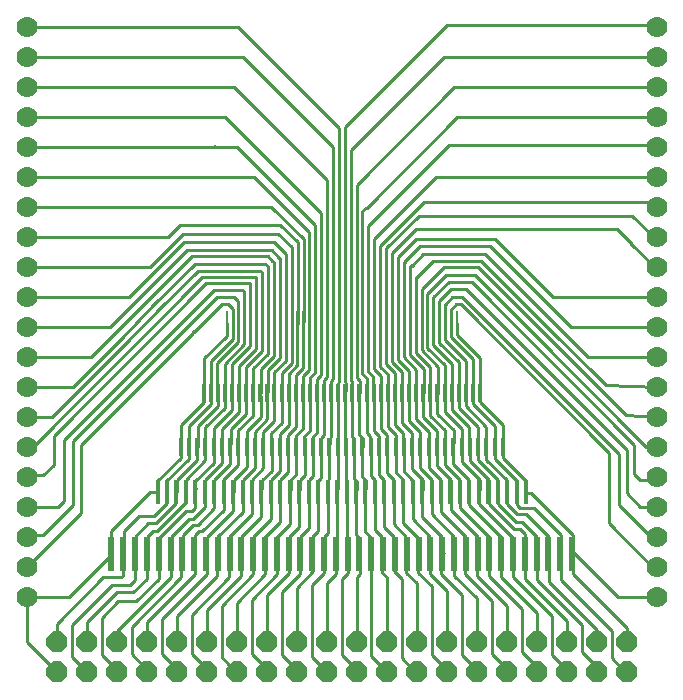
<source format=gbr>
G04 EAGLE Gerber RS-274X export*
G75*
%MOMM*%
%FSLAX34Y34*%
%LPD*%
%INTop Copper*%
%IPPOS*%
%AMOC8*
5,1,8,0,0,1.08239X$1,22.5*%
G01*
%ADD10R,0.300000X1.600000*%
%ADD11R,0.350000X1.600000*%
%ADD12R,0.400000X2.000000*%
%ADD13R,0.500000X3.000000*%
%ADD14P,1.924489X8X22.500000*%
%ADD15C,1.778000*%
%ADD16R,0.250000X2.000000*%
%ADD17C,0.254000*%


D10*
X-117000Y198120D03*
X-111000Y198120D03*
X-105000Y198120D03*
X-99000Y198120D03*
X-93000Y198120D03*
X-87000Y198120D03*
X-81000Y198120D03*
X-75000Y198120D03*
X-69000Y198120D03*
X-63000Y198120D03*
X-57000Y198120D03*
X-51000Y198120D03*
X-45000Y198120D03*
X-39000Y198120D03*
X-33000Y198120D03*
X-27000Y198120D03*
X-21000Y198120D03*
X-15000Y198120D03*
X-9000Y198120D03*
X-3000Y198120D03*
X3000Y198120D03*
X9000Y198120D03*
X15000Y198120D03*
X21000Y198120D03*
X27000Y198120D03*
X33000Y198120D03*
X39000Y198120D03*
X45000Y198120D03*
X51000Y198120D03*
X57000Y198120D03*
X63000Y198120D03*
X69000Y198120D03*
X75000Y198120D03*
X81000Y198120D03*
X87000Y198120D03*
X93000Y198120D03*
X99000Y198120D03*
X105000Y198120D03*
X111000Y198120D03*
X117000Y198120D03*
D11*
X-136500Y152400D03*
X-129500Y152400D03*
X-122500Y152400D03*
X-115500Y152400D03*
X-108500Y152400D03*
X-101500Y152400D03*
X-94500Y152400D03*
X-87500Y152400D03*
X-80500Y152400D03*
X-73500Y152400D03*
X-66500Y152400D03*
X-59500Y152400D03*
X-52500Y152400D03*
X-45500Y152400D03*
X-38500Y152400D03*
X-31500Y152400D03*
X-24500Y152400D03*
X-17500Y152400D03*
X-10500Y152400D03*
X-3500Y152400D03*
X3500Y152400D03*
X10500Y152400D03*
X17500Y152400D03*
X24500Y152400D03*
X31500Y152400D03*
X38500Y152400D03*
X45500Y152400D03*
X52500Y152400D03*
X59500Y152400D03*
X66500Y152400D03*
X73500Y152400D03*
X80500Y152400D03*
X87500Y152400D03*
X94500Y152400D03*
X101500Y152400D03*
X108500Y152400D03*
X115500Y152400D03*
X122500Y152400D03*
X129500Y152400D03*
X136500Y152400D03*
D12*
X-156000Y114300D03*
X-148000Y114300D03*
X-140000Y114300D03*
X-132000Y114300D03*
X-124000Y114300D03*
X-116000Y114300D03*
X-108000Y114300D03*
X-100000Y114300D03*
X-92000Y114300D03*
X-84000Y114300D03*
X-76000Y114300D03*
X-68000Y114300D03*
X-60000Y114300D03*
X-52000Y114300D03*
X-44000Y114300D03*
X-36000Y114300D03*
X-28000Y114300D03*
X-20000Y114300D03*
X-12000Y114300D03*
X-4000Y114300D03*
X4000Y114300D03*
X12000Y114300D03*
X20000Y114300D03*
X28000Y114300D03*
X36000Y114300D03*
X44000Y114300D03*
X52000Y114300D03*
X60000Y114300D03*
X68000Y114300D03*
X76000Y114300D03*
X84000Y114300D03*
X92000Y114300D03*
X100000Y114300D03*
X108000Y114300D03*
X116000Y114300D03*
X124000Y114300D03*
X132000Y114300D03*
X140000Y114300D03*
X148000Y114300D03*
X156000Y114300D03*
D13*
X-15000Y61800D03*
X-25000Y61800D03*
X-35000Y61800D03*
X-45000Y61800D03*
X-55000Y61800D03*
X-65000Y61800D03*
X-75000Y61800D03*
X-85000Y61800D03*
X-95000Y61800D03*
X-105000Y61800D03*
X-115000Y61800D03*
X-125000Y61800D03*
X-135000Y61800D03*
X-145000Y61800D03*
X-155000Y61800D03*
X-165000Y61800D03*
X-175000Y61800D03*
X-185000Y61800D03*
X-195000Y61800D03*
X-5000Y61800D03*
X5000Y61800D03*
X15000Y61800D03*
X25000Y61800D03*
X35000Y61800D03*
X45000Y61800D03*
X55000Y61800D03*
X65000Y61800D03*
X75000Y61800D03*
X85000Y61800D03*
X95000Y61800D03*
X105000Y61800D03*
X115000Y61800D03*
X125000Y61800D03*
X135000Y61800D03*
X145000Y61800D03*
X155000Y61800D03*
X165000Y61800D03*
X175000Y61800D03*
X185000Y61800D03*
X195000Y61800D03*
D14*
X-241300Y-38100D03*
X-241300Y-12700D03*
X-215900Y-38100D03*
X-215900Y-12700D03*
X-190500Y-38100D03*
X-190500Y-12700D03*
X-165100Y-38100D03*
X-165100Y-12700D03*
X-139700Y-38100D03*
X-139700Y-12700D03*
X-114300Y-38100D03*
X-114300Y-12700D03*
X-88900Y-38100D03*
X-88900Y-12700D03*
X-63500Y-38100D03*
X-63500Y-12700D03*
X-38100Y-38100D03*
X-38100Y-12700D03*
X-12700Y-38100D03*
X-12700Y-12700D03*
X12700Y-38100D03*
X12700Y-12700D03*
X38100Y-38100D03*
X38100Y-12700D03*
X63500Y-38100D03*
X63500Y-12700D03*
X88900Y-38100D03*
X88900Y-12700D03*
X114300Y-38100D03*
X114300Y-12700D03*
X139700Y-38100D03*
X139700Y-12700D03*
X165100Y-38100D03*
X165100Y-12700D03*
X190500Y-38100D03*
X190500Y-12700D03*
X215900Y-38100D03*
X215900Y-12700D03*
X241300Y-38100D03*
X241300Y-12700D03*
D15*
X-266700Y25400D03*
X-266700Y50800D03*
X-266700Y76200D03*
X-266700Y101600D03*
X-266700Y127000D03*
X-266700Y152400D03*
X-266700Y177800D03*
X-266700Y203200D03*
X-266700Y228600D03*
X-266700Y254000D03*
X-266700Y279400D03*
X-266700Y304800D03*
X-266700Y330200D03*
X-266700Y355600D03*
X-266700Y381000D03*
X-266700Y406400D03*
X-266700Y431800D03*
X-266700Y457200D03*
X-266700Y482600D03*
X-266700Y508000D03*
X266700Y508000D03*
X266700Y482600D03*
X266700Y457200D03*
X266700Y431800D03*
X266700Y406400D03*
X266700Y381000D03*
X266700Y355600D03*
X266700Y330200D03*
X266700Y304800D03*
X266700Y279400D03*
X266700Y254000D03*
X266700Y228600D03*
X266700Y203200D03*
X266700Y177800D03*
X266700Y152400D03*
X266700Y127000D03*
X266700Y101600D03*
X266700Y76200D03*
X266700Y50800D03*
X266700Y25400D03*
D16*
X-97500Y257175D03*
X-92500Y257175D03*
X-87500Y257175D03*
X-82500Y257175D03*
X-77500Y257175D03*
X-72500Y257175D03*
X-67500Y257175D03*
X-62500Y257175D03*
X-57500Y257175D03*
X-52500Y257175D03*
X-47500Y257175D03*
X-42500Y257175D03*
X-37500Y257175D03*
X-32500Y257175D03*
X-27500Y257175D03*
X-22500Y257175D03*
X-17500Y257175D03*
X-12500Y257175D03*
X-7500Y257175D03*
X-2500Y257175D03*
X2500Y257175D03*
X7500Y257175D03*
X12500Y257175D03*
X17500Y257175D03*
X22500Y257175D03*
X27500Y257175D03*
X32500Y257175D03*
X37500Y257175D03*
X42500Y257175D03*
X47500Y257175D03*
X52500Y257175D03*
X57500Y257175D03*
X62500Y257175D03*
X67500Y257175D03*
X72500Y257175D03*
X77500Y257175D03*
X82500Y257175D03*
X87500Y257175D03*
X92500Y257175D03*
X97500Y257175D03*
D17*
X-136500Y152400D02*
X-136500Y142900D01*
X-156210Y123190D01*
X-156210Y115570D02*
X-156000Y115360D01*
X-156000Y114300D01*
X-156210Y115570D02*
X-156210Y123190D01*
X-117000Y190340D02*
X-117000Y198120D01*
X-136500Y152400D02*
X-136500Y149250D01*
X-156000Y114300D02*
X-162560Y114300D01*
X-195580Y81280D01*
X-195000Y60270D02*
X-195580Y59690D01*
X-195000Y60270D02*
X-195000Y61800D01*
X-195580Y60960D02*
X-195580Y81280D01*
X-195580Y60960D02*
X-195580Y59690D01*
X-117000Y190340D02*
X-116840Y190500D01*
X-136500Y170840D02*
X-136500Y152400D01*
X-136500Y170840D02*
X-117000Y190340D01*
X-195000Y61540D02*
X-195580Y60960D01*
X-195000Y61540D02*
X-195000Y61800D01*
X-231140Y25400D02*
X-266700Y25400D01*
X-231140Y25400D02*
X-195580Y60960D01*
X-266700Y-12700D02*
X-241300Y-38100D01*
X-266700Y-12700D02*
X-266700Y25400D01*
X-117000Y198120D02*
X-116840Y198280D01*
X-116840Y227330D01*
X-98298Y245872D01*
X-97790Y246380D01*
X-97500Y246670D02*
X-97500Y257175D01*
X-97500Y246670D02*
X-98298Y245872D01*
X-111000Y198120D02*
X-111000Y188720D01*
X-129540Y170180D01*
X-129500Y152400D02*
X-129540Y152400D01*
X-129540Y170180D01*
X-129500Y152400D02*
X-129500Y142280D01*
X-148590Y123190D01*
X-148590Y118110D02*
X-148000Y117520D01*
X-148000Y114300D01*
X-148590Y118110D02*
X-148590Y123190D01*
X-148000Y114300D02*
X-148000Y104730D01*
X-158750Y93980D01*
X-171450Y93980D01*
X-184150Y81280D01*
X-184150Y67310D01*
X-184150Y66040D01*
X-241300Y2540D02*
X-241300Y-12700D01*
X-241300Y2540D02*
X-201930Y41910D01*
X-186690Y41910D01*
X-185420Y62220D02*
X-185420Y62230D01*
X-185420Y62220D02*
X-185000Y61800D01*
X-185420Y43180D02*
X-186690Y41910D01*
X-185420Y43180D02*
X-185420Y62220D01*
X-185420Y67310D02*
X-184150Y67310D01*
X-185420Y67310D02*
X-185420Y62220D01*
X-92500Y243415D02*
X-92500Y257175D01*
X-111125Y198245D02*
X-111000Y198120D01*
X-111125Y224790D02*
X-92500Y243415D01*
X-111125Y224790D02*
X-111125Y198245D01*
X-125413Y249872D02*
X-101600Y273685D01*
X-125413Y249872D02*
X-125730Y249555D01*
X-101600Y273685D02*
X-96520Y273685D01*
X-92900Y270065D01*
X-92710Y269875D01*
X-92901Y270065D02*
X-92964Y270002D01*
X-92901Y270065D02*
X-92900Y270065D01*
X-92500Y269538D02*
X-92500Y257175D01*
X-92500Y269538D02*
X-92964Y270002D01*
X-220980Y96520D02*
X-266700Y50800D01*
X-220980Y96520D02*
X-220980Y153670D01*
X-125730Y250189D02*
X-125730Y250190D01*
X-125730Y250189D02*
X-125413Y249872D01*
X-125730Y248920D02*
X-220980Y153670D01*
X-125730Y248920D02*
X-125730Y250189D01*
X-105000Y187100D02*
X-121920Y170180D01*
X-121920Y152400D02*
X-122500Y152400D01*
X-121920Y152400D02*
X-121920Y170180D01*
X-122500Y152400D02*
X-122500Y141660D01*
X-139700Y124460D01*
X-140000Y114000D02*
X-140970Y113030D01*
X-140000Y114000D02*
X-140000Y114300D01*
X-139700Y114300D02*
X-139700Y124460D01*
X-139700Y114300D02*
X-140000Y114000D01*
X-140000Y114300D02*
X-140000Y105110D01*
X-157480Y87630D01*
X-163830Y87630D01*
X-175260Y76200D01*
X-175000Y61970D02*
X-175000Y61800D01*
X-105000Y187100D02*
X-105000Y198120D01*
X-228600Y-25400D02*
X-215900Y-38100D01*
X-228600Y-25400D02*
X-228600Y1270D01*
X-194310Y35560D01*
X-179070Y35560D01*
X-175260Y62060D02*
X-175260Y62230D01*
X-175260Y39370D02*
X-179070Y35560D01*
X-175260Y39370D02*
X-175260Y62060D01*
X-175000Y61800D01*
X-175260Y62060D02*
X-175260Y76200D01*
X-87500Y241430D02*
X-87500Y257175D01*
X-105410Y198530D02*
X-105000Y198120D01*
X-105410Y223520D02*
X-87500Y241430D01*
X-105410Y223520D02*
X-105410Y198530D01*
X-105410Y279400D02*
X-91440Y279400D01*
X-87630Y275590D01*
X-87884Y275590D01*
X-87500Y275206D02*
X-87500Y257175D01*
X-87500Y275206D02*
X-87884Y275590D01*
X-105410Y279400D02*
X-227330Y157480D01*
X-227330Y102870D01*
X-265430Y77470D02*
X-266700Y76200D01*
X-252730Y77470D02*
X-227330Y102870D01*
X-252730Y77470D02*
X-265430Y77470D01*
X-99000Y185480D02*
X-99000Y198120D01*
X-99000Y185480D02*
X-115570Y168910D01*
X-115500Y152400D02*
X-115570Y152400D01*
X-115570Y168910D01*
X-115500Y152400D02*
X-115500Y141040D01*
X-132080Y124460D01*
X-132080Y115570D02*
X-132000Y115490D01*
X-132000Y114300D01*
X-132080Y115570D02*
X-132080Y124460D01*
X-132000Y114300D02*
X-132000Y105490D01*
X-156210Y81280D01*
X-160020Y81280D01*
X-165100Y76200D01*
X-165000Y61060D02*
X-165100Y60960D01*
X-165000Y61060D02*
X-165000Y61800D01*
X-165100Y62230D02*
X-165100Y76200D01*
X-165100Y62230D02*
X-165100Y60960D01*
X-99060Y195580D02*
X-99000Y195640D01*
X-99000Y198120D01*
X-215900Y3810D02*
X-215900Y-12700D01*
X-215900Y3810D02*
X-190500Y29210D01*
X-176530Y29210D01*
X-165100Y40640D01*
X-165000Y62130D02*
X-165100Y62230D01*
X-165000Y62130D02*
X-165000Y61800D01*
X-165100Y62230D02*
X-165100Y40640D01*
X-82500Y239445D02*
X-82500Y257175D01*
X-82500Y239445D02*
X-99060Y222885D01*
X-99060Y200025D02*
X-99000Y199965D01*
X-99000Y198120D01*
X-99060Y200025D02*
X-99060Y222885D01*
X-107950Y285115D02*
X-83820Y285115D01*
X-82550Y257225D02*
X-82500Y257175D01*
X-82550Y283845D02*
X-83820Y285115D01*
X-82550Y283845D02*
X-82550Y257225D01*
X-107950Y285115D02*
X-234950Y158115D01*
X-234950Y106680D01*
X-240030Y101600D01*
X-266700Y101600D01*
X-93000Y183860D02*
X-93000Y198120D01*
X-108500Y152400D02*
X-108500Y139150D01*
X-124460Y123190D01*
X-123190Y116840D02*
X-124000Y116030D01*
X-124000Y114300D01*
X-124460Y118110D02*
X-124460Y123190D01*
X-124460Y118110D02*
X-123190Y116840D01*
X-124000Y114300D02*
X-124000Y100790D01*
X-127000Y97790D01*
X-132080Y97790D01*
X-154940Y74930D01*
X-154940Y67310D01*
X-154940Y64770D01*
X-108500Y152400D02*
X-108500Y168360D01*
X-93000Y183860D01*
X-92710Y196850D02*
X-93000Y197140D01*
X-93000Y198120D01*
X-190500Y-36830D02*
X-190500Y-38100D01*
X-190500Y-36830D02*
X-203200Y-24130D01*
X-203200Y7620D01*
X-189230Y21590D01*
X-173990Y21590D01*
X-154940Y61860D02*
X-154940Y62230D01*
X-154940Y61860D02*
X-155000Y61800D01*
X-154940Y40640D02*
X-173990Y21590D01*
X-154940Y40640D02*
X-154940Y61860D01*
X-155000Y61800D02*
X-155000Y67250D01*
X-154940Y67310D01*
X-77500Y237460D02*
X-77500Y257175D01*
X-77500Y237460D02*
X-92710Y222250D01*
X-92710Y205740D01*
X-93000Y198120D02*
X-93345Y197485D01*
X-92710Y205740D01*
X-78105Y290830D02*
X-114935Y290830D01*
X-77470Y257145D02*
X-77470Y255270D01*
X-77470Y257145D02*
X-77500Y257175D01*
X-77470Y290195D02*
X-78105Y290830D01*
X-77470Y290195D02*
X-77470Y257145D01*
X-114935Y290830D02*
X-243840Y161925D01*
X-243840Y137160D01*
X-266700Y127000D02*
X-267970Y128270D01*
X-252730Y128270D02*
X-243840Y137160D01*
X-252730Y128270D02*
X-267970Y128270D01*
X-87000Y182240D02*
X-87000Y198120D01*
X-87000Y182240D02*
X-101600Y167640D01*
X-101600Y156210D02*
X-101500Y156110D01*
X-101500Y152400D01*
X-101600Y156210D02*
X-101600Y167640D01*
X-101500Y152400D02*
X-101500Y138530D01*
X-115570Y124460D01*
X-115570Y115570D02*
X-116000Y115140D01*
X-116000Y114300D01*
X-115570Y115570D02*
X-115570Y124460D01*
X-116000Y114300D02*
X-116000Y101170D01*
X-125730Y91440D01*
X-129540Y91440D01*
X-144780Y76200D01*
X-146050Y63500D02*
X-145000Y62450D01*
X-145000Y61800D01*
X-144780Y64770D02*
X-144780Y76200D01*
X-144780Y64770D02*
X-146050Y63500D01*
X-261620Y152400D02*
X-266700Y152400D01*
X-190500Y-3810D02*
X-190500Y-12700D01*
X-190500Y-3810D02*
X-144780Y41910D01*
X-145620Y61800D02*
X-146050Y62230D01*
X-145620Y61800D02*
X-145000Y61800D01*
X-144780Y60960D02*
X-144780Y41910D01*
X-144780Y60960D02*
X-145620Y61800D01*
X-72500Y235475D02*
X-72500Y257175D01*
X-72500Y235475D02*
X-86995Y220980D01*
X-86995Y200660D02*
X-87000Y200655D01*
X-87000Y198120D01*
X-86995Y200660D02*
X-86995Y220980D01*
X-118110Y295910D02*
X-261620Y152400D01*
X-118110Y295910D02*
X-73025Y295910D01*
X-72390Y257285D02*
X-72500Y257175D01*
X-72390Y295275D02*
X-73025Y295910D01*
X-72390Y295275D02*
X-72390Y257285D01*
X-81000Y198120D02*
X-81000Y180620D01*
X-93980Y154940D02*
X-94500Y154420D01*
X-94500Y152400D01*
X-94500Y137910D01*
X-107950Y124460D01*
X-108000Y114300D02*
X-107950Y114300D01*
X-107950Y124460D01*
X-107950Y114300D02*
X-107950Y100330D01*
X-121920Y86360D01*
X-125730Y86360D01*
X-134620Y77470D01*
X-135000Y60070D02*
X-134620Y59690D01*
X-135000Y60070D02*
X-135000Y61800D01*
X-134620Y64770D02*
X-134620Y77470D01*
X-134620Y64770D02*
X-134620Y59690D01*
X-93980Y154940D02*
X-93980Y167640D01*
X-81000Y180620D01*
X-245110Y177800D02*
X-266700Y177800D01*
X-165100Y-36830D02*
X-165100Y-38100D01*
X-165100Y-36830D02*
X-177800Y-22860D01*
X-177800Y0D01*
X-135890Y41910D01*
X-135000Y64390D02*
X-134620Y64770D01*
X-135000Y64390D02*
X-135000Y61800D01*
X-135890Y63500D02*
X-135890Y41910D01*
X-135890Y63500D02*
X-134620Y64770D01*
X-67500Y233490D02*
X-67500Y257175D01*
X-81280Y198400D02*
X-81000Y198120D01*
X-81280Y219710D02*
X-67500Y233490D01*
X-81280Y219710D02*
X-81280Y198400D01*
X-183515Y239395D02*
X-245110Y177800D01*
X-183515Y239395D02*
X-153035Y270510D01*
X-121920Y301625D01*
X-67500Y300164D02*
X-67500Y257175D01*
X-67500Y300164D02*
X-69088Y301752D01*
X-121412Y301752D02*
X-121539Y301625D01*
X-121920Y301625D01*
X-121412Y301752D02*
X-69088Y301752D01*
X-75000Y191770D02*
X-75000Y179000D01*
X-75000Y191770D02*
X-75000Y198120D01*
X-75000Y179000D02*
X-87630Y166370D01*
X-87630Y153670D02*
X-87500Y153540D01*
X-87500Y152400D01*
X-87630Y153670D02*
X-87630Y166370D01*
X-87500Y152400D02*
X-87500Y137290D01*
X-100330Y124460D01*
X-100330Y116840D02*
X-100000Y116510D01*
X-100000Y114300D01*
X-100330Y116840D02*
X-100330Y124460D01*
X-100000Y114300D02*
X-100000Y99390D01*
X-118110Y81280D01*
X-120650Y81280D01*
X-124460Y77470D01*
X-125730Y63500D02*
X-125000Y62770D01*
X-125000Y61800D01*
X-124460Y64770D02*
X-124460Y77470D01*
X-124460Y64770D02*
X-125730Y63500D01*
X-227330Y203200D02*
X-266700Y203200D01*
X-75000Y191770D02*
X-74930Y191770D01*
X-165100Y3810D02*
X-165100Y-12700D01*
X-165100Y3810D02*
X-124460Y44450D01*
X-125300Y61800D02*
X-125730Y62230D01*
X-125300Y61800D02*
X-125000Y61800D01*
X-124460Y60960D02*
X-124460Y44450D01*
X-124460Y60960D02*
X-125300Y61800D01*
X-74930Y197485D02*
X-74930Y198050D01*
X-75000Y198120D01*
X-62500Y231505D02*
X-62500Y257175D01*
X-62500Y231505D02*
X-74930Y219075D01*
X-74930Y198120D02*
X-75000Y198120D01*
X-74930Y198120D02*
X-74930Y219075D01*
X-186690Y243840D02*
X-227330Y203200D01*
X-186690Y243840D02*
X-158750Y273050D01*
X-124460Y307340D01*
X-64770Y307340D01*
X-63500Y306070D01*
X-62500Y305070D02*
X-62500Y257175D01*
X-62500Y305070D02*
X-63500Y306070D01*
X-80500Y165880D02*
X-80500Y152400D01*
X-80500Y165880D02*
X-68580Y177800D01*
X-68580Y195580D02*
X-69000Y196000D01*
X-69000Y198120D01*
X-68580Y195580D02*
X-68580Y177800D01*
X-80500Y152400D02*
X-80500Y135400D01*
X-91440Y124460D01*
X-91440Y114300D02*
X-92000Y114300D01*
X-91440Y114300D02*
X-91440Y124460D01*
X-92000Y114300D02*
X-92000Y98500D01*
X-114300Y76200D01*
X-115570Y63500D02*
X-115000Y62930D01*
X-115000Y61800D01*
X-114300Y64770D02*
X-114300Y76200D01*
X-114300Y64770D02*
X-115570Y63500D01*
X-69000Y198120D02*
X-68580Y198120D01*
X-139700Y-35560D02*
X-139700Y-38100D01*
X-139700Y-35560D02*
X-152400Y-22860D01*
X-152400Y6350D01*
X-114300Y44450D01*
X-114730Y61800D02*
X-114300Y62230D01*
X-114730Y61800D02*
X-115000Y61800D01*
X-114300Y62230D02*
X-114300Y44450D01*
X-57500Y229520D02*
X-57500Y257175D01*
X-57500Y229520D02*
X-68580Y218440D01*
X-68580Y198755D02*
X-69000Y198335D01*
X-69000Y198120D01*
X-68580Y198755D02*
X-68580Y218440D01*
X-212090Y228600D02*
X-266700Y228600D01*
X-212090Y228600D02*
X-127000Y313690D01*
X-62230Y313690D01*
X-58674Y310134D01*
X-57500Y308960D02*
X-57500Y257175D01*
X-57500Y308960D02*
X-58674Y310134D01*
X-63000Y198120D02*
X-63000Y175760D01*
X-73660Y165100D01*
X-73660Y153670D02*
X-73500Y153510D01*
X-73500Y152400D01*
X-73660Y153670D02*
X-73660Y165100D01*
X-73500Y152400D02*
X-73500Y134780D01*
X-83820Y124460D01*
X-83820Y118110D01*
X-84000Y114300D02*
X-84000Y97610D01*
X-105410Y76200D01*
X-104140Y63500D02*
X-105000Y62640D01*
X-105000Y61800D01*
X-105410Y64770D02*
X-105410Y76200D01*
X-105410Y64770D02*
X-104140Y63500D01*
X-84000Y114300D02*
X-84000Y117930D01*
X-83820Y118110D01*
X-139700Y8890D02*
X-139700Y-12700D01*
X-139700Y8890D02*
X-105410Y43180D01*
X-106680Y59690D02*
X-105000Y61370D01*
X-105000Y61800D01*
X-105410Y58420D02*
X-105410Y43180D01*
X-105410Y58420D02*
X-106680Y59690D01*
X-52500Y227535D02*
X-52500Y257175D01*
X-52500Y227535D02*
X-62865Y217170D01*
X-62865Y198755D02*
X-63000Y198620D01*
X-63000Y198120D01*
X-62865Y198755D02*
X-62865Y217170D01*
X-196215Y254000D02*
X-266700Y254000D01*
X-196215Y254000D02*
X-131445Y318770D01*
X-59055Y318770D01*
X-53022Y312737D01*
X-52705Y312420D01*
X-53023Y312737D02*
X-53086Y312674D01*
X-53022Y312737D02*
X-53023Y312737D01*
X-52500Y312088D02*
X-52500Y257175D01*
X-52500Y312088D02*
X-53086Y312674D01*
X-57000Y198120D02*
X-57000Y174140D01*
X-66500Y152400D02*
X-66500Y134160D01*
X-76200Y114500D02*
X-76000Y114300D01*
X-76200Y124460D02*
X-66500Y134160D01*
X-76200Y124460D02*
X-76200Y114500D01*
X-76000Y114300D02*
X-76000Y95450D01*
X-95250Y76200D01*
X-95000Y61210D02*
X-95250Y60960D01*
X-95000Y61210D02*
X-95000Y61800D01*
X-95250Y60960D02*
X-95250Y76200D01*
X-66500Y152400D02*
X-66500Y164640D01*
X-57000Y174140D01*
X-266700Y279400D02*
X-271780Y279400D01*
X-114300Y-35560D02*
X-114300Y-38100D01*
X-114300Y-35560D02*
X-127000Y-22860D01*
X-127000Y10160D01*
X-95250Y41910D01*
X-95250Y58420D02*
X-95000Y58670D01*
X-95000Y61800D01*
X-95250Y58420D02*
X-95250Y41910D01*
X-47500Y225550D02*
X-47500Y257175D01*
X-57150Y198270D02*
X-57000Y198120D01*
X-57150Y215900D02*
X-47500Y225550D01*
X-57150Y215900D02*
X-57150Y198270D01*
X-180340Y279400D02*
X-266700Y279400D01*
X-180340Y279400D02*
X-133985Y325755D01*
X-57785Y325755D01*
X-47625Y315595D01*
X-47752Y315468D01*
X-47500Y315216D02*
X-47500Y257175D01*
X-47500Y315216D02*
X-47752Y315468D01*
X-51000Y198120D02*
X-51000Y172520D01*
X-59690Y163830D01*
X-59690Y152400D02*
X-59500Y152400D01*
X-59690Y152400D02*
X-59690Y163830D01*
X-59500Y152400D02*
X-59500Y132270D01*
X-67310Y124460D01*
X-67310Y116840D02*
X-68000Y116150D01*
X-68000Y114300D01*
X-67310Y116840D02*
X-67310Y124460D01*
X-68000Y114300D02*
X-68000Y93290D01*
X-85090Y76200D01*
X-85090Y64770D02*
X-85000Y64680D01*
X-85000Y61800D01*
X-85090Y64770D02*
X-85090Y76200D01*
X-265430Y302260D02*
X-266700Y303530D01*
X-266700Y304800D01*
X-265430Y302260D02*
X-262890Y304800D01*
X-114300Y13970D02*
X-114300Y-12700D01*
X-114300Y13970D02*
X-85090Y43180D01*
X-86360Y59690D02*
X-85000Y61050D01*
X-85000Y61800D01*
X-85090Y58420D02*
X-85090Y43180D01*
X-85090Y58420D02*
X-86360Y59690D01*
X-42500Y223565D02*
X-42500Y257175D01*
X-42500Y223565D02*
X-50800Y215265D01*
X-51435Y201930D02*
X-51000Y201495D01*
X-51000Y198120D01*
X-50800Y202565D02*
X-50800Y215265D01*
X-50800Y202565D02*
X-51435Y201930D01*
X-162560Y304800D02*
X-262890Y304800D01*
X-162560Y304800D02*
X-134620Y332740D01*
X-53975Y332740D01*
X-42545Y321310D01*
X-42545Y257810D02*
X-42500Y257765D01*
X-42500Y257175D01*
X-42545Y321310D02*
X-42926Y321310D01*
X-42545Y320929D02*
X-42545Y257810D01*
X-42545Y320929D02*
X-42926Y321310D01*
X-45000Y198120D02*
X-45000Y170900D01*
X-52500Y152400D02*
X-52500Y131650D01*
X-59690Y124460D01*
X-59690Y116840D02*
X-60000Y116530D01*
X-60000Y114300D01*
X-59690Y116840D02*
X-59690Y124460D01*
X-60000Y114300D02*
X-60000Y91130D01*
X-74930Y76200D01*
X-75000Y61030D02*
X-74930Y60960D01*
X-75000Y61030D02*
X-75000Y61800D01*
X-74930Y60960D02*
X-74930Y76200D01*
X-52500Y152400D02*
X-52500Y163400D01*
X-45000Y170900D01*
X-264160Y331470D02*
X-265430Y330200D01*
X-266700Y330200D01*
X-264160Y331470D02*
X-262890Y330200D01*
X-90170Y-38100D02*
X-88900Y-38100D01*
X-90170Y-38100D02*
X-101600Y-25400D01*
X-101600Y17780D01*
X-74930Y44450D01*
X-74930Y59690D02*
X-75000Y59760D01*
X-75000Y61800D01*
X-74930Y59690D02*
X-74930Y44450D01*
X-37500Y221580D02*
X-37500Y257175D01*
X-37500Y221580D02*
X-45085Y213995D01*
X-45085Y199390D02*
X-45000Y199305D01*
X-45000Y198120D01*
X-45085Y199390D02*
X-45085Y213995D01*
X-147320Y330200D02*
X-262890Y330200D01*
X-147320Y330200D02*
X-137160Y340360D01*
X-52070Y340360D01*
X-37465Y325755D01*
X-37500Y256575D02*
X-37465Y256540D01*
X-37500Y256575D02*
X-37500Y257175D01*
X-37465Y256540D02*
X-37465Y325755D01*
X-39000Y198120D02*
X-39000Y169280D01*
X-45720Y162560D01*
X-45720Y156210D02*
X-45500Y155990D01*
X-45500Y152400D01*
X-45720Y156210D02*
X-45720Y162560D01*
X-45500Y152400D02*
X-45500Y131030D01*
X-52070Y124460D01*
X-52070Y115570D02*
X-52000Y115500D01*
X-52000Y114300D01*
X-52070Y115570D02*
X-52070Y124460D01*
X-52000Y114300D02*
X-52000Y88970D01*
X-66040Y74930D01*
X-65000Y60730D02*
X-66040Y59690D01*
X-65000Y60730D02*
X-65000Y61800D01*
X-66040Y59690D02*
X-66040Y74930D01*
X-267970Y351790D02*
X-266700Y353060D01*
X-266700Y355600D01*
X-264160Y355600D02*
X-266700Y353060D01*
X-88900Y20320D02*
X-88900Y-12700D01*
X-88900Y20320D02*
X-64770Y44450D01*
X-66040Y57150D02*
X-65000Y58190D01*
X-65000Y61800D01*
X-64770Y55880D02*
X-64770Y44450D01*
X-64770Y55880D02*
X-66040Y57150D01*
X-32500Y219595D02*
X-32500Y257175D01*
X-38735Y198385D02*
X-39000Y198120D01*
X-38735Y213360D02*
X-32500Y219595D01*
X-38735Y213360D02*
X-38735Y198385D01*
X-59690Y355600D02*
X-264160Y355600D01*
X-59690Y355600D02*
X-32385Y328295D01*
X-32385Y257810D02*
X-32500Y257695D01*
X-32500Y257175D01*
X-32385Y257810D02*
X-32385Y328295D01*
X-33000Y198120D02*
X-33000Y167660D01*
X-38500Y152400D02*
X-38500Y129140D01*
X-43180Y124460D01*
X-44000Y114300D02*
X-44450Y114300D01*
X-43180Y115570D02*
X-43180Y124460D01*
X-43180Y115570D02*
X-44450Y114300D01*
X-44000Y114300D02*
X-44000Y86810D01*
X-55880Y74930D01*
X-54610Y62230D02*
X-55000Y61840D01*
X-55000Y61800D01*
X-55880Y63500D02*
X-55880Y74930D01*
X-55880Y63500D02*
X-54610Y62230D01*
X-38500Y152400D02*
X-38500Y162160D01*
X-33000Y167660D01*
X-266700Y381000D02*
X-269240Y381000D01*
X-270510Y379730D01*
X-63500Y-35560D02*
X-63500Y-38100D01*
X-63500Y-35560D02*
X-76200Y-22860D01*
X-76200Y22860D01*
X-54610Y44450D01*
X-55880Y59690D02*
X-55000Y60570D01*
X-55000Y61800D01*
X-54610Y58420D02*
X-54610Y44450D01*
X-54610Y58420D02*
X-55880Y59690D01*
X-27500Y217610D02*
X-27500Y257175D01*
X-27500Y217610D02*
X-33020Y212090D01*
X-33020Y198755D02*
X-33000Y198735D01*
X-33000Y198120D01*
X-33020Y198755D02*
X-33020Y212090D01*
X-27500Y257175D02*
X-27500Y334205D01*
X-74295Y381000D01*
X-269240Y381000D01*
X-27000Y198120D02*
X-27000Y166040D01*
X-31750Y161290D01*
X-31750Y154940D02*
X-31500Y154690D01*
X-31500Y152400D01*
X-31750Y154940D02*
X-31750Y161290D01*
X-31500Y152400D02*
X-31500Y128520D01*
X-35560Y124460D01*
X-35560Y115570D02*
X-36000Y115130D01*
X-36000Y114300D01*
X-35560Y115570D02*
X-35560Y124460D01*
X-36000Y114300D02*
X-36000Y84650D01*
X-44450Y76200D01*
X-44450Y62230D02*
X-44880Y61800D01*
X-45000Y61800D01*
X-44450Y62230D02*
X-44450Y76200D01*
X-265430Y406400D02*
X-264160Y407670D01*
X-265430Y406400D02*
X-266700Y406400D01*
X-264160Y407670D02*
X-262890Y406400D01*
X-107950Y406400D01*
X-63500Y26670D02*
X-63500Y-12700D01*
X-63500Y26670D02*
X-44450Y45720D01*
X-44450Y60960D02*
X-45000Y61510D01*
X-45000Y61800D01*
X-44450Y60960D02*
X-44450Y45720D01*
X-22500Y215625D02*
X-22500Y257175D01*
X-22500Y215625D02*
X-27305Y210820D01*
X-26670Y200660D02*
X-27000Y200330D01*
X-27000Y198120D01*
X-27305Y201295D02*
X-27305Y210820D01*
X-27305Y201295D02*
X-26670Y200660D01*
X-22500Y257175D02*
X-22500Y340000D01*
X-88900Y406400D01*
X-107950Y406400D02*
X-107950Y407035D01*
X-107315Y406400D02*
X-88900Y406400D01*
X-107315Y406400D02*
X-107950Y407035D01*
X-21000Y198120D02*
X-21000Y164420D01*
X-24130Y161290D01*
X-24130Y153670D02*
X-24500Y153300D01*
X-24500Y152400D01*
X-24130Y153670D02*
X-24130Y161290D01*
X-24500Y152400D02*
X-24500Y127900D01*
X-27940Y124460D01*
X-27940Y115570D02*
X-28000Y115510D01*
X-28000Y114300D01*
X-27940Y115570D02*
X-27940Y124460D01*
X-28000Y114300D02*
X-28000Y83760D01*
X-35560Y76200D01*
X-35000Y61520D02*
X-35560Y60960D01*
X-35000Y61520D02*
X-35000Y61800D01*
X-35560Y62230D02*
X-35560Y60960D01*
X-35560Y62230D02*
X-35560Y76200D01*
X-266700Y427990D02*
X-266700Y431800D01*
X-262890Y431800D02*
X-99060Y431800D01*
X-262890Y431800D02*
X-266700Y427990D01*
X-38100Y-36830D02*
X-38100Y-38100D01*
X-38100Y-36830D02*
X-50800Y-24130D01*
X-50800Y29210D01*
X-35560Y44450D01*
X-35130Y61800D02*
X-35560Y62230D01*
X-35130Y61800D02*
X-35000Y61800D01*
X-35560Y62230D02*
X-35560Y44450D01*
X-17500Y213640D02*
X-17500Y257175D01*
X-20955Y198165D02*
X-21000Y198120D01*
X-20955Y210185D02*
X-17500Y213640D01*
X-20955Y210185D02*
X-20955Y198165D01*
X-17500Y257175D02*
X-17500Y350240D01*
X-99060Y431800D01*
X-15000Y198120D02*
X-15000Y162800D01*
X-17780Y160020D01*
X-17500Y151410D02*
X-17780Y151130D01*
X-17500Y151410D02*
X-17500Y152400D01*
X-17780Y151130D02*
X-17780Y160020D01*
X-17500Y152400D02*
X-17500Y126010D01*
X-20320Y123190D01*
X-20000Y113350D02*
X-20320Y113030D01*
X-20000Y113350D02*
X-20000Y114300D01*
X-20320Y113030D02*
X-20320Y123190D01*
X-20000Y114300D02*
X-20000Y81600D01*
X-25400Y76200D01*
X-25400Y66040D02*
X-25000Y65640D01*
X-25000Y61800D01*
X-25400Y66040D02*
X-25400Y76200D01*
X-266700Y457200D02*
X-265430Y458470D01*
X-264160Y457200D01*
X-91440Y457200D01*
X-38100Y33020D02*
X-38100Y-12700D01*
X-38100Y33020D02*
X-24130Y46990D01*
X-25400Y59690D02*
X-25000Y60090D01*
X-25000Y61800D01*
X-24130Y58420D02*
X-24130Y46990D01*
X-24130Y58420D02*
X-25400Y59690D01*
X-12500Y211655D02*
X-12500Y257175D01*
X-12500Y211655D02*
X-15240Y208915D01*
X-15240Y200660D02*
X-15000Y200420D01*
X-15000Y198120D01*
X-15240Y200660D02*
X-15240Y208915D01*
X-12500Y257175D02*
X-12500Y378260D01*
X-91440Y457200D01*
X-9000Y198120D02*
X-9000Y161180D01*
X-10160Y160020D01*
X-10160Y154940D02*
X-10500Y154600D01*
X-10500Y152400D01*
X-10160Y154940D02*
X-10160Y160020D01*
X-10500Y152400D02*
X-10500Y125390D01*
X-11430Y124460D01*
X-11430Y116840D02*
X-12000Y116270D01*
X-12000Y114300D01*
X-11430Y116840D02*
X-11430Y124460D01*
X-12000Y114300D02*
X-12000Y79440D01*
X-15240Y76200D01*
X-15000Y58660D02*
X-15240Y58420D01*
X-15000Y58660D02*
X-15000Y61800D01*
X-15240Y63500D02*
X-15240Y58420D01*
X-15240Y63500D02*
X-15240Y76200D01*
X-266700Y482600D02*
X-269240Y485140D01*
X-266700Y482600D02*
X-83820Y482600D01*
X-25400Y-25400D02*
X-12700Y-38100D01*
X-25400Y-25400D02*
X-25400Y35560D01*
X-15240Y45720D01*
X-15000Y63260D02*
X-15240Y63500D01*
X-15000Y63260D02*
X-15000Y61800D01*
X-15240Y63500D02*
X-15240Y45720D01*
X-7500Y209670D02*
X-7500Y257175D01*
X-7500Y209670D02*
X-8890Y208280D01*
X-8890Y198230D02*
X-9000Y198120D01*
X-8890Y198230D02*
X-8890Y208280D01*
X-7500Y257175D02*
X-7500Y406280D01*
X-83820Y482600D01*
X-3810Y156210D02*
X-3500Y155900D01*
X-3500Y152400D01*
X-3000Y157020D02*
X-3000Y198120D01*
X-3000Y157020D02*
X-3810Y156210D01*
X-4000Y116650D02*
X-4000Y114300D01*
X-3500Y117150D02*
X-3500Y152400D01*
X-3500Y117150D02*
X-4000Y116650D01*
X-4000Y114300D02*
X-4000Y72200D01*
X-5080Y71120D01*
X-5080Y60960D01*
X-266700Y508000D02*
X-264160Y510540D01*
X-261620Y508000D01*
X-87630Y508000D01*
X-3175Y423545D01*
X-12700Y36830D02*
X-12700Y-12700D01*
X-12700Y36830D02*
X-5080Y44450D01*
X-5080Y60960D02*
X-5000Y61040D01*
X-5000Y61800D01*
X-5080Y60960D02*
X-5080Y44450D01*
X-2500Y207177D02*
X-2500Y257175D01*
X-2500Y207177D02*
X-3175Y206502D01*
X-3175Y200660D02*
X-3000Y200485D01*
X-3000Y198120D01*
X-3175Y200660D02*
X-3175Y206502D01*
X-3000Y423370D02*
X-3175Y423545D01*
X-2500Y422870D02*
X-2500Y257175D01*
X-2500Y422870D02*
X-3175Y423545D01*
X3810Y156210D02*
X3500Y155900D01*
X3500Y152400D01*
X3000Y157020D02*
X3000Y198120D01*
X3000Y157020D02*
X3810Y156210D01*
X3500Y152400D02*
X3500Y114300D01*
X4000Y114300D01*
X5080Y64770D02*
X5000Y64690D01*
X5000Y61800D01*
X4000Y65850D02*
X4000Y114300D01*
X4000Y65850D02*
X5080Y64770D01*
X3000Y423370D02*
X3810Y424180D01*
X88900Y509270D01*
X265430Y510540D02*
X266700Y509270D01*
X266700Y508000D01*
X264160Y509270D02*
X88900Y509270D01*
X264160Y509270D02*
X265430Y510540D01*
X12700Y-36830D02*
X12700Y-38100D01*
X12700Y-36830D02*
X0Y-24130D01*
X0Y40640D01*
X5080Y45720D01*
X3810Y59690D02*
X5000Y60880D01*
X5000Y61800D01*
X5080Y58420D02*
X5080Y45720D01*
X5080Y58420D02*
X3810Y59690D01*
X2500Y207177D02*
X2500Y257175D01*
X2500Y207177D02*
X3175Y206502D01*
X2540Y198755D02*
X3000Y198295D01*
X3000Y198120D01*
X3175Y199390D02*
X3175Y206502D01*
X3175Y199390D02*
X2540Y198755D01*
X2500Y257175D02*
X2500Y422870D01*
X3810Y424180D01*
X9000Y198120D02*
X9000Y161180D01*
X10160Y160020D01*
X10160Y154940D02*
X10500Y154600D01*
X10500Y152400D01*
X10160Y154940D02*
X10160Y160020D01*
X10500Y152400D02*
X10500Y125390D01*
X12700Y123190D01*
X12700Y115570D02*
X12000Y114870D01*
X12000Y114300D01*
X12700Y115570D02*
X12700Y123190D01*
X12000Y114300D02*
X12000Y78170D01*
X15240Y74930D01*
X15240Y63500D02*
X15000Y63260D01*
X15000Y61800D01*
X15240Y63500D02*
X15240Y74930D01*
X9144Y405384D02*
X86360Y482600D01*
X266700Y482600D01*
X269240Y482600D02*
X271780Y482600D01*
X273050Y483870D01*
X269240Y482600D02*
X266700Y482600D01*
X270510Y483870D02*
X273050Y483870D01*
X270510Y483870D02*
X269240Y482600D01*
X12700Y41910D02*
X12700Y-12700D01*
X12700Y41910D02*
X15240Y44450D01*
X13970Y58420D02*
X15000Y59450D01*
X15000Y61800D01*
X15240Y57150D02*
X15240Y44450D01*
X15240Y57150D02*
X13970Y58420D01*
X7500Y209035D02*
X7500Y257175D01*
X7500Y209035D02*
X8890Y207645D01*
X8890Y202565D02*
X9000Y202455D01*
X9000Y198120D01*
X8890Y202565D02*
X8890Y207645D01*
X9000Y405240D02*
X9144Y405384D01*
X7500Y403740D02*
X7500Y257175D01*
X7500Y403740D02*
X9144Y405384D01*
X15000Y198120D02*
X15000Y162800D01*
X17500Y152400D02*
X17780Y152400D01*
X17780Y160020D02*
X15000Y162800D01*
X17780Y160020D02*
X17780Y152400D01*
X17500Y152400D02*
X17500Y127280D01*
X20320Y124460D01*
X20320Y116840D02*
X20000Y116520D01*
X20000Y114300D01*
X20320Y116840D02*
X20320Y124460D01*
X20000Y114300D02*
X20000Y80330D01*
X25400Y74930D01*
X25400Y62230D02*
X25000Y61830D01*
X25000Y61800D01*
X25400Y62230D02*
X25400Y74930D01*
X95250Y457200D02*
X266700Y457200D01*
X267970Y457200D02*
X267970Y455930D01*
X267970Y457200D02*
X269240Y455930D01*
X267970Y457200D02*
X266700Y457200D01*
X267970Y455930D02*
X269240Y455930D01*
X25000Y61830D02*
X25000Y-25000D01*
X38100Y-38100D01*
X12500Y211020D02*
X12500Y257175D01*
X15240Y198360D02*
X15000Y198120D01*
X15240Y208280D02*
X12500Y211020D01*
X15240Y208280D02*
X15240Y198360D01*
X12500Y257175D02*
X12500Y374450D01*
X95250Y457200D01*
X21000Y198120D02*
X21000Y164420D01*
X24130Y161290D01*
X24130Y156210D02*
X24500Y155840D01*
X24500Y152400D01*
X24130Y156210D02*
X24130Y161290D01*
X24500Y152400D02*
X24500Y127900D01*
X27940Y124460D01*
X27940Y115570D02*
X28000Y115510D01*
X28000Y114300D01*
X27940Y115570D02*
X27940Y124460D01*
X28000Y114300D02*
X28000Y82490D01*
X34290Y76200D01*
X34290Y62230D02*
X34720Y61800D01*
X35000Y61800D01*
X34290Y62230D02*
X34290Y76200D01*
X21000Y355010D02*
X97790Y431800D01*
X266700Y431800D01*
X267970Y431800D01*
X273050Y426720D01*
X266700Y429260D02*
X265430Y427990D01*
X266700Y429260D02*
X266700Y431800D01*
X266700Y426720D02*
X273050Y426720D01*
X266700Y426720D02*
X265430Y427990D01*
X38100Y41910D02*
X38100Y-12700D01*
X38100Y41910D02*
X34290Y45720D01*
X34290Y60960D02*
X35000Y61670D01*
X35000Y61800D01*
X34290Y60960D02*
X34290Y45720D01*
X17500Y214275D02*
X17500Y257175D01*
X17500Y214275D02*
X20955Y210820D01*
X20955Y199390D02*
X21000Y199345D01*
X21000Y198120D01*
X20955Y199390D02*
X20955Y210820D01*
X20746Y355010D02*
X21000Y355010D01*
X17500Y351764D02*
X17500Y257175D01*
X17500Y351764D02*
X20746Y355010D01*
X27000Y198120D02*
X27000Y166040D01*
X31750Y152650D02*
X31500Y152400D01*
X31750Y161290D02*
X27000Y166040D01*
X31750Y161290D02*
X31750Y152650D01*
X31500Y152400D02*
X31500Y128520D01*
X35560Y124460D01*
X35560Y116840D02*
X36000Y116400D01*
X36000Y114300D01*
X35560Y116840D02*
X35560Y124460D01*
X36000Y114300D02*
X36000Y84650D01*
X44450Y76200D01*
X45000Y61510D02*
X44450Y60960D01*
X45000Y61510D02*
X45000Y61800D01*
X44450Y60960D02*
X44450Y76200D01*
X265430Y405130D02*
X266700Y406400D01*
X262890Y407670D02*
X107950Y407670D01*
X262890Y407670D02*
X265430Y405130D01*
X63500Y-38100D02*
X62230Y-38100D01*
X50800Y-26670D01*
X50800Y40640D01*
X44450Y46990D01*
X44450Y58420D02*
X45000Y58970D01*
X45000Y61800D01*
X44450Y58420D02*
X44450Y46990D01*
X22500Y216260D02*
X22500Y257175D01*
X26670Y198120D02*
X27000Y198120D01*
X26670Y212090D02*
X22500Y216260D01*
X26670Y212090D02*
X26670Y198120D01*
X22500Y257175D02*
X22500Y339492D01*
X107696Y407924D02*
X107950Y407670D01*
X90932Y407924D02*
X22500Y339492D01*
X90932Y407924D02*
X107696Y407924D01*
X33000Y198120D02*
X33000Y167660D01*
X38100Y162560D01*
X38100Y154940D02*
X38500Y154540D01*
X38500Y152400D01*
X38100Y154940D02*
X38100Y162560D01*
X38500Y152400D02*
X38500Y130410D01*
X44450Y124460D01*
X44450Y115570D02*
X44000Y115120D01*
X44000Y114300D01*
X44450Y115570D02*
X44450Y124460D01*
X44000Y114300D02*
X44000Y86810D01*
X54610Y76200D01*
X55880Y62230D02*
X55450Y61800D01*
X55000Y61800D01*
X54610Y63500D02*
X54610Y64770D01*
X54610Y76200D01*
X54610Y63500D02*
X55880Y62230D01*
X266700Y381000D02*
X267970Y381000D01*
X116586Y381000D02*
X114300Y381000D01*
X116586Y381000D02*
X266700Y381000D01*
X63500Y36830D02*
X63500Y-12700D01*
X63500Y36830D02*
X54610Y45720D01*
X55000Y64380D02*
X54610Y64770D01*
X55000Y64380D02*
X55000Y61800D01*
X54610Y64770D02*
X54610Y45720D01*
X27500Y218245D02*
X27500Y257175D01*
X27500Y218245D02*
X33020Y212725D01*
X33020Y199390D02*
X33000Y199370D01*
X33000Y198120D01*
X33020Y199390D02*
X33020Y212725D01*
X27500Y257175D02*
X27500Y328490D01*
X80010Y381000D01*
X116586Y381000D01*
X39000Y198120D02*
X39000Y169280D01*
X45720Y152620D02*
X45500Y152400D01*
X45720Y162560D02*
X39000Y169280D01*
X45720Y162560D02*
X45720Y152620D01*
X45500Y152400D02*
X45500Y131030D01*
X52070Y124460D01*
X52070Y115570D02*
X52000Y115500D01*
X52000Y114300D01*
X52070Y115570D02*
X52070Y124460D01*
X52000Y114300D02*
X52000Y87700D01*
X64770Y74930D01*
X65200Y61800D02*
X66040Y60960D01*
X65200Y61800D02*
X65000Y61800D01*
X64770Y62230D02*
X64770Y74930D01*
X64770Y62230D02*
X65200Y61800D01*
X115570Y359410D02*
X262890Y359410D01*
X266700Y355600D01*
X270510Y351790D01*
X266700Y355600D02*
X266700Y356870D01*
X270510Y353060D02*
X270510Y351790D01*
X270510Y353060D02*
X266700Y356870D01*
X88900Y-36830D02*
X88900Y-38100D01*
X88900Y-36830D02*
X76200Y-24130D01*
X76200Y34290D01*
X64770Y45720D01*
X63500Y58420D02*
X65000Y59920D01*
X65000Y61800D01*
X64770Y57150D02*
X64770Y45720D01*
X64770Y57150D02*
X63500Y58420D01*
X32500Y220230D02*
X32500Y257175D01*
X32500Y220230D02*
X38735Y213995D01*
X39000Y199020D02*
X39000Y198120D01*
X38735Y198120D01*
X38735Y213995D01*
X115570Y359410D02*
X115316Y359664D01*
X69596Y359664D01*
X32500Y322568D02*
X32500Y257175D01*
X32500Y322568D02*
X69596Y359664D01*
X45000Y198120D02*
X45000Y170900D01*
X52070Y163830D01*
X52070Y152830D02*
X52500Y152400D01*
X52070Y152830D02*
X52070Y163830D01*
X52500Y152400D02*
X52500Y131650D01*
X59690Y124460D01*
X59690Y118110D02*
X60000Y117800D01*
X60000Y114300D01*
X59690Y118110D02*
X59690Y124460D01*
X60000Y114300D02*
X60000Y91130D01*
X74930Y76200D01*
X74500Y61800D02*
X73660Y60960D01*
X74500Y61800D02*
X75000Y61800D01*
X74930Y62230D02*
X74930Y76200D01*
X74930Y62230D02*
X74500Y61800D01*
X261620Y328930D02*
X259080Y331470D01*
X266700Y330200D02*
X266700Y328930D01*
X261620Y328930D01*
X88900Y30480D02*
X88900Y-12700D01*
X88900Y30480D02*
X74930Y44450D01*
X73660Y58420D02*
X75000Y59760D01*
X75000Y61800D01*
X74930Y57150D02*
X74930Y44450D01*
X74930Y57150D02*
X73660Y58420D01*
X37500Y222215D02*
X37500Y257175D01*
X45085Y198205D02*
X45000Y198120D01*
X45085Y214630D02*
X37500Y222215D01*
X45085Y214630D02*
X45085Y198205D01*
X266446Y328422D02*
X266700Y328676D01*
X266700Y330200D01*
X266446Y328422D02*
X261112Y333756D01*
X37500Y320710D02*
X37500Y257175D01*
X37500Y320710D02*
X65024Y348234D01*
X265176Y329184D02*
X266192Y330200D01*
X266700Y330200D01*
X246126Y348234D02*
X65024Y348234D01*
X246126Y348234D02*
X265176Y329184D01*
X51000Y198120D02*
X51000Y172520D01*
X59690Y163830D01*
X59690Y154940D02*
X59500Y154750D01*
X59500Y152400D01*
X59690Y154940D02*
X59690Y163830D01*
X59500Y152400D02*
X59500Y133540D01*
X68580Y124460D01*
X68580Y115570D02*
X68000Y114990D01*
X68000Y114300D01*
X68580Y115570D02*
X68580Y124460D01*
X68000Y114300D02*
X68000Y93290D01*
X85090Y76200D01*
X86360Y62230D02*
X85930Y61800D01*
X85000Y61800D01*
X85090Y63500D02*
X85090Y76200D01*
X85090Y63500D02*
X86360Y62230D01*
X264160Y303530D02*
X265430Y304800D01*
X266700Y304800D01*
X264160Y303530D02*
X262890Y304800D01*
X114300Y-36830D02*
X114300Y-38100D01*
X114300Y-36830D02*
X101600Y-24130D01*
X101600Y26670D01*
X83820Y44450D01*
X83820Y59690D02*
X85000Y60870D01*
X85000Y61800D01*
X83820Y59690D02*
X83820Y44450D01*
X42500Y224200D02*
X42500Y257175D01*
X50800Y198320D02*
X51000Y198120D01*
X50800Y215900D02*
X42500Y224200D01*
X50800Y215900D02*
X50800Y198320D01*
X266192Y303530D02*
X266700Y304038D01*
X266700Y304800D01*
X266192Y303530D02*
X245237Y324485D01*
X242824Y326898D01*
X42500Y316820D02*
X42500Y257175D01*
X42500Y316820D02*
X62738Y337058D01*
X245237Y324485D02*
X245364Y324612D01*
X232918Y337058D02*
X62738Y337058D01*
X232918Y337058D02*
X245364Y324612D01*
X57000Y198120D02*
X57000Y174140D01*
X66500Y152400D02*
X66500Y134160D01*
X76200Y124460D01*
X76200Y115570D02*
X76000Y115370D01*
X76000Y114300D01*
X76200Y115570D02*
X76200Y124460D01*
X66500Y152400D02*
X66500Y164640D01*
X57000Y174140D01*
X76000Y114300D02*
X76000Y95450D01*
X95250Y76200D01*
X95000Y61210D02*
X95250Y60960D01*
X95000Y61210D02*
X95000Y61800D01*
X95250Y60960D02*
X95250Y76200D01*
X266700Y279400D02*
X270510Y279400D01*
X114300Y24130D02*
X114300Y-12700D01*
X114300Y24130D02*
X95250Y43180D01*
X93980Y58420D02*
X95000Y59440D01*
X95000Y61800D01*
X95250Y57150D02*
X95250Y43180D01*
X95250Y57150D02*
X93980Y58420D01*
X47500Y226185D02*
X47500Y257175D01*
X47500Y226185D02*
X57150Y216535D01*
X57150Y198755D02*
X57000Y198605D01*
X57000Y198120D01*
X57150Y198755D02*
X57150Y216535D01*
X178562Y279400D02*
X266700Y279400D01*
X178562Y279400D02*
X129540Y328422D01*
X63246Y328422D01*
X48006Y313182D01*
X48260Y313182D01*
X47500Y312422D02*
X47500Y257175D01*
X47500Y312422D02*
X48260Y313182D01*
X63000Y198120D02*
X63000Y175760D01*
X73660Y165100D01*
X73660Y156210D02*
X73500Y156050D01*
X73500Y152400D01*
X73660Y156210D02*
X73660Y165100D01*
X73500Y152400D02*
X73500Y134780D01*
X83820Y124460D01*
X83820Y114300D02*
X84000Y114300D01*
X83820Y114300D02*
X83820Y124460D01*
X84000Y114300D02*
X84000Y97610D01*
X105410Y76200D01*
X105000Y59280D02*
X104140Y58420D01*
X105000Y59280D02*
X105000Y61800D01*
X105410Y59690D02*
X105410Y66040D01*
X105410Y76200D01*
X105410Y59690D02*
X105000Y59280D01*
X63000Y198120D02*
X63000Y198890D01*
X139700Y-35560D02*
X139700Y-38100D01*
X139700Y-35560D02*
X127000Y-22860D01*
X127000Y21590D01*
X104140Y44450D01*
X105000Y65630D02*
X105410Y66040D01*
X105000Y65630D02*
X105000Y61800D01*
X104140Y64770D02*
X104140Y44450D01*
X104140Y64770D02*
X105410Y66040D01*
X52500Y228170D02*
X52500Y257175D01*
X52500Y228170D02*
X62865Y217805D01*
X62865Y198755D02*
X63000Y198620D01*
X63000Y198120D01*
X62865Y198755D02*
X62865Y217805D01*
X194310Y254000D02*
X266700Y254000D01*
X194310Y254000D02*
X125730Y322580D01*
X66294Y322580D01*
X53721Y310007D02*
X52832Y309118D01*
X53721Y310007D02*
X66294Y322580D01*
X53721Y310007D02*
X54102Y309626D01*
X52500Y308024D02*
X52500Y257175D01*
X52500Y308024D02*
X54102Y309626D01*
X69000Y198120D02*
X69000Y177380D01*
X80500Y152400D02*
X80500Y136670D01*
X92710Y124460D01*
X92710Y114300D02*
X92000Y114300D01*
X92710Y114300D02*
X92710Y124460D01*
X80500Y152400D02*
X80500Y165880D01*
X69000Y177380D01*
X92710Y114300D02*
X92710Y99060D01*
X115570Y76200D01*
X114300Y62230D02*
X114730Y61800D01*
X115000Y61800D01*
X115570Y63500D02*
X115570Y76200D01*
X139700Y17780D02*
X139700Y-12700D01*
X139700Y17780D02*
X114300Y43180D01*
X115000Y62930D02*
X115570Y63500D01*
X115000Y62930D02*
X115000Y61800D01*
X114300Y62230D02*
X114300Y43180D01*
X114300Y62230D02*
X115570Y63500D01*
X57500Y230155D02*
X57500Y257175D01*
X69215Y198335D02*
X69000Y198120D01*
X69215Y218440D02*
X57500Y230155D01*
X69215Y218440D02*
X69215Y198335D01*
X208788Y228600D02*
X266700Y228600D01*
X208788Y228600D02*
X121412Y315976D01*
X69088Y315976D01*
X59055Y305943D02*
X58420Y305308D01*
X59055Y305943D02*
X69088Y315976D01*
X59055Y305943D02*
X58928Y306070D01*
X57500Y304642D02*
X57500Y257175D01*
X57500Y304642D02*
X58928Y306070D01*
X75000Y198120D02*
X75000Y179000D01*
X87630Y166370D01*
X87500Y152400D02*
X87630Y152400D01*
X87630Y166370D01*
X87500Y152400D02*
X87500Y137290D01*
X100330Y124460D01*
X100330Y114300D02*
X100000Y114300D01*
X100330Y114300D02*
X100330Y124460D01*
X100330Y114300D02*
X100330Y100330D01*
X125730Y74930D01*
X125000Y57880D02*
X125730Y57150D01*
X125000Y57880D02*
X125000Y61800D01*
X125730Y57150D02*
X125730Y74930D01*
X223520Y204470D02*
X266700Y203200D01*
X165100Y-34290D02*
X165100Y-38100D01*
X165100Y-34290D02*
X152400Y-21590D01*
X152400Y15240D01*
X124460Y43180D01*
X124460Y58420D02*
X125000Y58960D01*
X125000Y61800D01*
X124460Y58420D02*
X124460Y43180D01*
X62500Y232140D02*
X62500Y257175D01*
X62500Y232140D02*
X74930Y219710D01*
X75000Y198120D02*
X74930Y198120D01*
X74930Y219710D01*
X213360Y214630D02*
X223520Y204470D01*
X213360Y214630D02*
X180340Y247396D01*
X117602Y310134D01*
X76962Y310134D01*
X62484Y257191D02*
X62500Y257175D01*
X62484Y295656D02*
X63373Y296545D01*
X76962Y310134D01*
X63373Y296545D02*
X63246Y296672D01*
X62500Y295926D02*
X62500Y257175D01*
X62500Y295926D02*
X63246Y296672D01*
X81000Y198120D02*
X81000Y180620D01*
X95250Y166370D01*
X93980Y154940D02*
X94500Y154420D01*
X94500Y152400D01*
X95250Y156210D02*
X95250Y166370D01*
X95250Y156210D02*
X93980Y154940D01*
X94500Y152400D02*
X94500Y137910D01*
X107950Y124460D01*
X107950Y114300D02*
X108000Y114300D01*
X107950Y114300D02*
X107950Y124460D01*
X107950Y114300D02*
X107950Y102870D01*
X135890Y74930D01*
X134620Y63500D02*
X135000Y63120D01*
X135000Y61800D01*
X135890Y64770D02*
X135890Y74930D01*
X135890Y64770D02*
X134620Y63500D01*
X81280Y196850D02*
X81000Y197130D01*
X81000Y198120D01*
X165100Y11430D02*
X165100Y-12700D01*
X165100Y11430D02*
X134620Y41910D01*
X135000Y62610D02*
X135890Y63500D01*
X135000Y62610D02*
X135000Y61800D01*
X134620Y62230D02*
X134620Y41910D01*
X134620Y62230D02*
X135000Y62610D01*
X67500Y234125D02*
X67500Y257175D01*
X67500Y234125D02*
X81280Y220345D01*
X81280Y198120D02*
X81000Y198120D01*
X81280Y198120D02*
X81280Y220345D01*
X241046Y179070D02*
X266700Y177800D01*
X241046Y179070D02*
X115570Y304546D01*
X86868Y304546D01*
X68072Y285750D02*
X67818Y285496D01*
X68072Y285750D02*
X86868Y304546D01*
X67500Y285178D02*
X67500Y257175D01*
X67500Y285178D02*
X68072Y285750D01*
X87000Y198120D02*
X87000Y182240D01*
X101600Y167640D01*
X101500Y152400D02*
X101600Y152400D01*
X101600Y167640D01*
X101500Y152400D02*
X101500Y139800D01*
X116840Y124460D01*
X116840Y115570D02*
X116000Y114730D01*
X116000Y114300D01*
X116840Y115570D02*
X116840Y124460D01*
X116000Y114300D02*
X116000Y103710D01*
X144780Y74930D01*
X145000Y61180D02*
X144780Y60960D01*
X145000Y61180D02*
X145000Y61800D01*
X144780Y60960D02*
X144780Y64770D01*
X144780Y74930D01*
X87000Y197490D02*
X87000Y198120D01*
X190500Y-36830D02*
X190500Y-38100D01*
X190500Y-36830D02*
X177800Y-24130D01*
X177800Y8890D01*
X144780Y41910D01*
X145000Y64550D02*
X144780Y64770D01*
X145000Y64550D02*
X145000Y61800D01*
X144780Y64770D02*
X144780Y41910D01*
X72500Y236110D02*
X72500Y257175D01*
X72500Y236110D02*
X86995Y221615D01*
X87000Y198120D02*
X86995Y198120D01*
X86995Y221615D01*
X257556Y152400D02*
X266700Y152400D01*
X257556Y152400D02*
X242824Y167132D01*
X169164Y241554D01*
X112522Y298196D01*
X88646Y298196D01*
X73406Y282956D01*
X73152Y282702D01*
X72500Y282050D02*
X72500Y257175D01*
X72500Y282050D02*
X73406Y282956D01*
X93000Y198120D02*
X93000Y183860D01*
X107950Y168910D01*
X107950Y156210D02*
X108500Y155660D01*
X108500Y152400D01*
X108500Y140420D01*
X124460Y124460D01*
X124460Y114300D02*
X124000Y114300D01*
X124460Y114300D02*
X124460Y124460D01*
X107950Y156210D02*
X107950Y168910D01*
X124460Y114300D02*
X124460Y104140D01*
X146050Y82550D01*
X151130Y82550D01*
X154940Y78740D01*
X153670Y62230D02*
X154100Y61800D01*
X155000Y61800D01*
X154940Y63500D02*
X154940Y78740D01*
X154940Y63500D02*
X153670Y62230D01*
X190500Y5080D02*
X190500Y-12700D01*
X190500Y5080D02*
X154940Y40640D01*
X155000Y63440D02*
X154940Y63500D01*
X155000Y63440D02*
X155000Y61800D01*
X154940Y63500D02*
X154940Y40640D01*
X77500Y238730D02*
X77500Y257175D01*
X77500Y238730D02*
X93345Y222885D01*
X93000Y197775D02*
X92710Y197485D01*
X93000Y197775D02*
X93000Y198120D01*
X93345Y198120D02*
X93345Y222885D01*
X93345Y198120D02*
X93000Y197775D01*
X90424Y292100D02*
X109982Y292100D01*
X90424Y292100D02*
X77470Y279146D01*
X77500Y279116D02*
X77500Y257175D01*
X77500Y279116D02*
X77470Y279146D01*
X109982Y292100D02*
X247650Y154432D01*
X247650Y129540D01*
X265430Y125730D02*
X265430Y124460D01*
X265430Y125730D02*
X266700Y127000D01*
X252730Y124460D02*
X247650Y129540D01*
X252730Y124460D02*
X265430Y124460D01*
X99000Y185480D02*
X99000Y198120D01*
X99000Y185480D02*
X115570Y168910D01*
X115570Y153670D02*
X115500Y153600D01*
X115500Y152400D01*
X115570Y153670D02*
X115570Y168910D01*
X115500Y152400D02*
X115500Y141040D01*
X132080Y124460D01*
X132000Y113110D02*
X132080Y113030D01*
X132000Y113110D02*
X132000Y114300D01*
X132080Y113030D02*
X132080Y124460D01*
X132080Y113030D02*
X132080Y104140D01*
X147320Y88900D01*
X152400Y88900D01*
X165100Y76200D01*
X165100Y63500D02*
X165000Y63400D01*
X165000Y61800D01*
X165100Y63500D02*
X165100Y76200D01*
X99000Y196790D02*
X99000Y198120D01*
X99060Y196850D02*
X99000Y196790D01*
X215900Y-34290D02*
X215900Y-38100D01*
X215900Y-34290D02*
X203200Y-21590D01*
X203200Y1270D01*
X165100Y39370D01*
X165100Y60960D02*
X165000Y61060D01*
X165000Y61800D01*
X165100Y60960D02*
X165100Y39370D01*
X82500Y240715D02*
X82500Y257175D01*
X82500Y240715D02*
X99060Y224155D01*
X99060Y199390D02*
X99000Y199330D01*
X99000Y198120D01*
X99060Y199390D02*
X99060Y224155D01*
X105410Y285750D02*
X92456Y285750D01*
X82500Y275794D02*
X82500Y257175D01*
X82500Y275794D02*
X92456Y285750D01*
X105410Y285750D02*
X241300Y149860D01*
X241300Y113030D01*
X252730Y101600D01*
X266700Y101600D01*
X105000Y187100D02*
X105000Y198120D01*
X122500Y152400D02*
X122500Y141660D01*
X139700Y124460D01*
X140000Y113330D02*
X139700Y113030D01*
X140000Y113330D02*
X140000Y114300D01*
X139700Y113030D02*
X139700Y124460D01*
X122500Y152400D02*
X122500Y169600D01*
X105000Y187100D01*
X139700Y113030D02*
X139700Y104140D01*
X148590Y95250D01*
X156210Y95250D01*
X175260Y76200D01*
X175000Y61220D02*
X175260Y60960D01*
X175000Y61220D02*
X175000Y61800D01*
X175260Y60960D02*
X175260Y76200D01*
X215900Y-2540D02*
X215900Y-12700D01*
X215900Y-2540D02*
X175260Y38100D01*
X175260Y59690D02*
X175000Y59950D01*
X175000Y61800D01*
X175260Y59690D02*
X175260Y38100D01*
X87500Y242700D02*
X87500Y257175D01*
X87500Y242700D02*
X105410Y224790D01*
X105410Y198755D02*
X105000Y198345D01*
X105000Y198120D01*
X105410Y198755D02*
X105410Y224790D01*
X101854Y279146D02*
X93472Y279146D01*
X87884Y273558D01*
X87630Y273304D01*
X87500Y273174D02*
X87500Y257175D01*
X87500Y273174D02*
X87884Y273558D01*
X101854Y279146D02*
X234950Y146050D01*
X234950Y102870D01*
X266700Y76200D02*
X269240Y76200D01*
X261620Y76200D02*
X234950Y102870D01*
X261620Y76200D02*
X266700Y76200D01*
X111000Y188720D02*
X111000Y198120D01*
X129540Y152440D02*
X129500Y152400D01*
X129540Y170180D02*
X111000Y188720D01*
X129540Y170180D02*
X129540Y152440D01*
X129500Y152400D02*
X129500Y142280D01*
X148590Y123190D01*
X148590Y114300D02*
X148000Y114300D01*
X148590Y114300D02*
X148590Y123190D01*
X148590Y114300D02*
X148590Y102870D01*
X151130Y100330D01*
X162560Y100330D01*
X185420Y77470D01*
X185420Y64770D02*
X185000Y64350D01*
X185000Y61800D01*
X185420Y64770D02*
X185420Y77470D01*
X240030Y-38100D02*
X241300Y-38100D01*
X240030Y-38100D02*
X228600Y-26670D01*
X228600Y-3810D01*
X185420Y39370D01*
X185420Y59690D02*
X185000Y60110D01*
X185000Y61800D01*
X185420Y59690D02*
X185420Y39370D01*
X92500Y245320D02*
X92500Y257175D01*
X111125Y198245D02*
X111000Y198120D01*
X111125Y226695D02*
X92500Y245320D01*
X111125Y226695D02*
X111125Y198245D01*
X100584Y273050D02*
X97028Y273050D01*
X92500Y257175D02*
X92329Y257175D01*
X92500Y257175D02*
X92500Y268522D01*
X97028Y273050D01*
X100584Y273050D02*
X226060Y147574D01*
X226060Y87630D01*
X267970Y45720D01*
X267970Y49530D02*
X266700Y50800D01*
X267970Y49530D02*
X267970Y45720D01*
X117000Y190340D02*
X117000Y198120D01*
X136500Y152400D02*
X136500Y142900D01*
X156210Y123190D01*
X156000Y113240D02*
X156210Y113030D01*
X156000Y113240D02*
X156000Y114300D01*
X156210Y113030D02*
X156210Y123190D01*
X117000Y190340D02*
X116840Y190500D01*
X136500Y170840D02*
X136500Y152400D01*
X136500Y170840D02*
X117000Y190340D01*
X156210Y113030D02*
X160020Y113030D01*
X195580Y77470D01*
X195580Y63500D02*
X195580Y60960D01*
X195580Y63500D02*
X195580Y77470D01*
X195580Y63500D02*
X195000Y62920D01*
X195000Y61800D01*
X233680Y25400D02*
X266700Y25400D01*
X233680Y25400D02*
X195580Y63500D01*
X241300Y-1270D02*
X241300Y-12700D01*
X241300Y-1270D02*
X195580Y44450D01*
X195580Y60960D02*
X195000Y61540D01*
X195000Y61800D01*
X195580Y60960D02*
X195580Y44450D01*
X97500Y247305D02*
X97500Y257175D01*
X97500Y247305D02*
X116840Y227965D01*
X117000Y198120D02*
X116840Y198120D01*
X116840Y227965D01*
M02*

</source>
